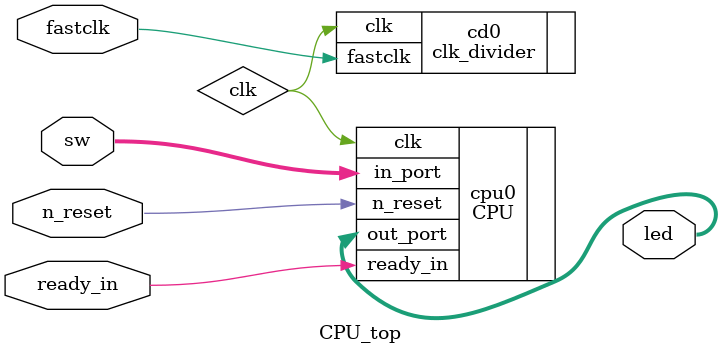
<source format=sv>
module CPU_top (
    input  logic       fastclk,
    input  logic       n_reset,
    input  logic       ready_in,
    input  logic [7:0] sw,
    output logic [7:0] led
);

logic clk;

clk_divider #(
    25 //divide 50MHz clk by 2^25 \approx 1s period
) cd0 (
    .fastclk(fastclk),
    .clk    (clk    )
);

CPU cpu0 (
    .clk     (clk     ),
    .n_reset (n_reset ),
    .ready_in(ready_in),
    .in_port (sw      ),
    .out_port(led     )
);

endmodule
</source>
